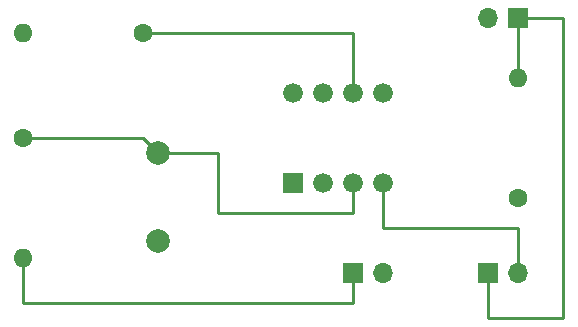
<source format=gbr>
G04 #@! TF.FileFunction,Copper,L2,Bot,Signal*
%FSLAX46Y46*%
G04 Gerber Fmt 4.6, Leading zero omitted, Abs format (unit mm)*
G04 Created by KiCad (PCBNEW 4.0.7) date 11/13/17 00:53:45*
%MOMM*%
%LPD*%
G01*
G04 APERTURE LIST*
%ADD10C,0.100000*%
%ADD11C,2.000000*%
%ADD12R,1.700000X1.700000*%
%ADD13O,1.700000X1.700000*%
%ADD14C,1.600000*%
%ADD15O,1.600000X1.600000*%
%ADD16R,1.676400X1.676400*%
%ADD17C,1.676400*%
%ADD18C,0.600000*%
%ADD19C,0.250000*%
G04 APERTURE END LIST*
D10*
D11*
X132080000Y-104140000D03*
X132080000Y-111640000D03*
D12*
X148590000Y-114300000D03*
D13*
X151130000Y-114300000D03*
D12*
X160020000Y-114300000D03*
D13*
X162560000Y-114300000D03*
D12*
X162560000Y-92710000D03*
D13*
X160020000Y-92710000D03*
D14*
X162560000Y-107950000D03*
D15*
X162560000Y-97790000D03*
D14*
X130810000Y-93980000D03*
D15*
X120650000Y-93980000D03*
D14*
X120650000Y-102870000D03*
D15*
X120650000Y-113030000D03*
D16*
X143510000Y-106680000D03*
D17*
X146050000Y-106680000D03*
X148590000Y-106680000D03*
X151130000Y-106680000D03*
X151130000Y-99060000D03*
X148590000Y-99060000D03*
X146050000Y-99060000D03*
X143510000Y-99060000D03*
D18*
X132080000Y-111640000D03*
X160020000Y-114300000D03*
X160020000Y-92710000D03*
D19*
X160020000Y-114300000D02*
X160020000Y-118110000D01*
X166370000Y-92710000D02*
X162560000Y-92710000D01*
X166370000Y-118110000D02*
X166370000Y-92710000D01*
X160020000Y-118110000D02*
X166370000Y-118110000D01*
X162560000Y-97790000D02*
X162560000Y-92710000D01*
X130810000Y-93980000D02*
X148590000Y-93980000D01*
X148590000Y-93980000D02*
X148590000Y-99060000D01*
X148590000Y-106680000D02*
X148590000Y-109220000D01*
X137160000Y-104140000D02*
X132080000Y-104140000D01*
X137160000Y-109220000D02*
X137160000Y-104140000D01*
X148590000Y-109220000D02*
X137160000Y-109220000D01*
X132080000Y-104140000D02*
X130810000Y-102870000D01*
X130810000Y-102870000D02*
X120650000Y-102870000D01*
X148590000Y-114300000D02*
X148590000Y-116840000D01*
X120650000Y-116840000D02*
X120650000Y-113030000D01*
X148590000Y-116840000D02*
X120650000Y-116840000D01*
X162560000Y-114300000D02*
X162560000Y-110490000D01*
X151130000Y-110490000D02*
X151130000Y-106680000D01*
X162560000Y-110490000D02*
X151130000Y-110490000D01*
M02*

</source>
